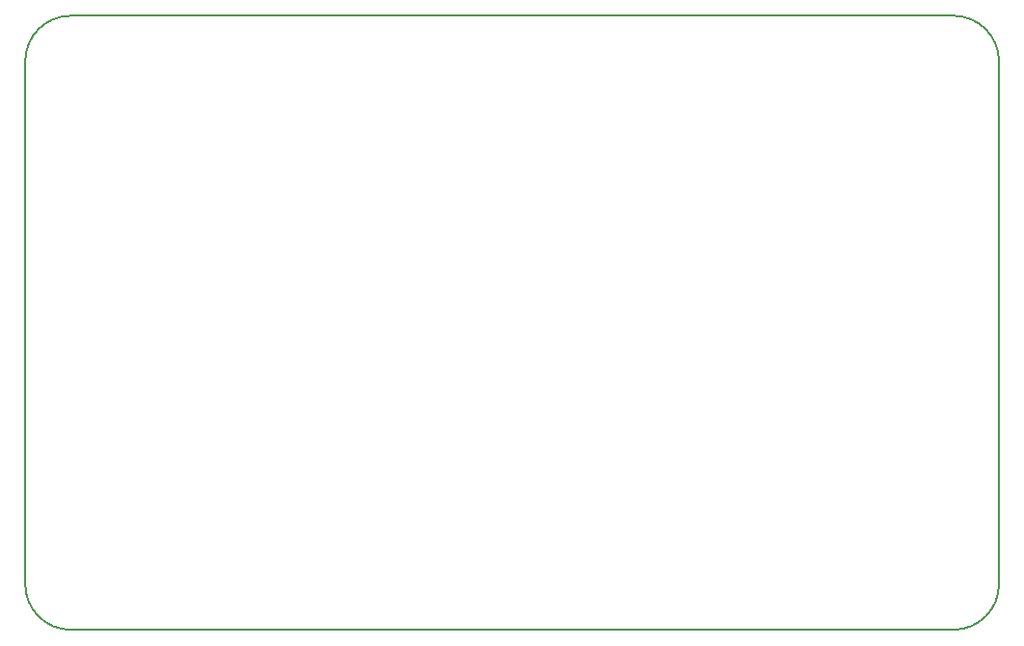
<source format=gbr>
G04 #@! TF.GenerationSoftware,KiCad,Pcbnew,(5.1.6)-1*
G04 #@! TF.CreationDate,2021-06-05T18:08:31+10:00*
G04 #@! TF.ProjectId,Simon,53696d6f-6e2e-46b6-9963-61645f706362,rev?*
G04 #@! TF.SameCoordinates,Original*
G04 #@! TF.FileFunction,Profile,NP*
%FSLAX46Y46*%
G04 Gerber Fmt 4.6, Leading zero omitted, Abs format (unit mm)*
G04 Created by KiCad (PCBNEW (5.1.6)-1) date 2021-06-05 18:08:31*
%MOMM*%
%LPD*%
G01*
G04 APERTURE LIST*
G04 #@! TA.AperFunction,Profile*
%ADD10C,0.150000*%
G04 #@! TD*
G04 APERTURE END LIST*
D10*
X-42749999Y22999998D02*
G75*
G02*
X-38750000Y26999999I4000000J1D01*
G01*
X38750000Y26999999D02*
X-38750000Y26999999D01*
X38749999Y27000000D02*
G75*
G02*
X42750000Y22999999I0J-4000001D01*
G01*
X42750000Y-23000000D02*
X42750000Y22999999D01*
X42750000Y-23000000D02*
G75*
G02*
X38750000Y-27000000I-4000000J0D01*
G01*
X-38750000Y-27000000D02*
X38750000Y-27000000D01*
X-38750000Y-27000000D02*
G75*
G02*
X-42750000Y-23000000I0J4000000D01*
G01*
X-42750000Y22999999D02*
X-42750000Y-23000000D01*
M02*

</source>
